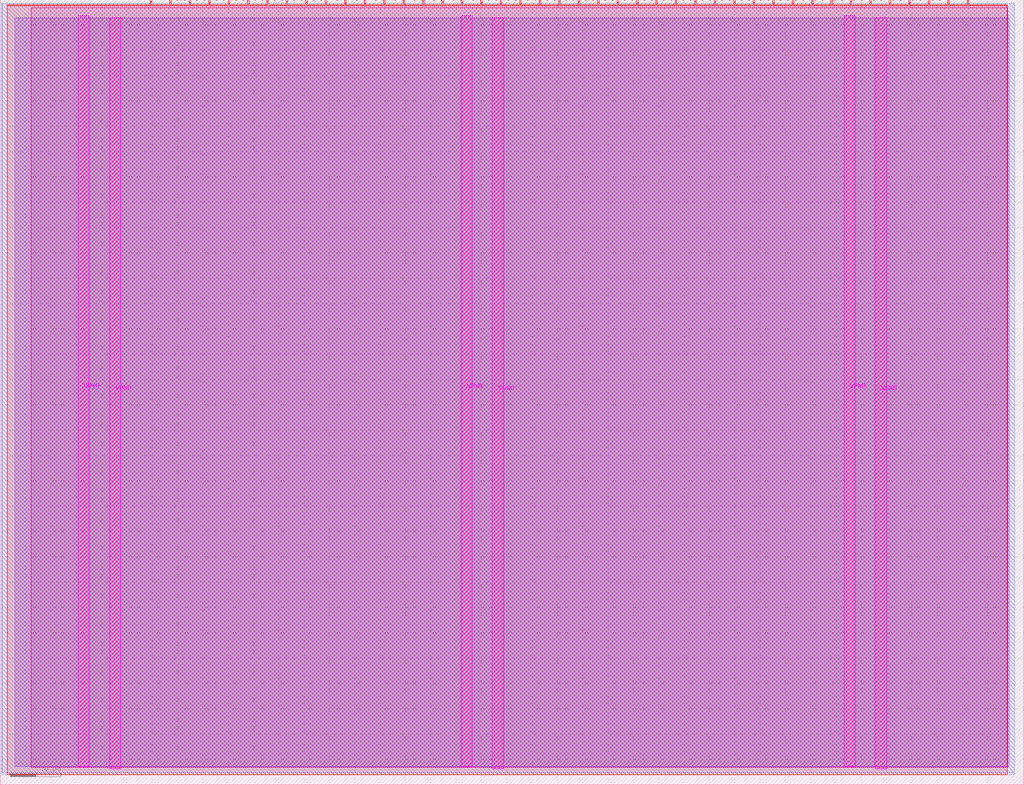
<source format=lef>
VERSION 5.7 ;
  NOWIREEXTENSIONATPIN ON ;
  DIVIDERCHAR "/" ;
  BUSBITCHARS "[]" ;
MACRO tt_um_sid
  CLASS BLOCK ;
  FOREIGN tt_um_sid ;
  ORIGIN 0.000 0.000 ;
  SIZE 202.080 BY 154.980 ;
  PIN VGND
    DIRECTION INOUT ;
    USE GROUND ;
    PORT
      LAYER TopMetal1 ;
        RECT 21.580 3.150 23.780 151.420 ;
    END
    PORT
      LAYER TopMetal1 ;
        RECT 97.180 3.150 99.380 151.420 ;
    END
    PORT
      LAYER TopMetal1 ;
        RECT 172.780 3.150 174.980 151.420 ;
    END
  END VGND
  PIN VPWR
    DIRECTION INOUT ;
    USE POWER ;
    PORT
      LAYER TopMetal1 ;
        RECT 15.380 3.560 17.580 151.830 ;
    END
    PORT
      LAYER TopMetal1 ;
        RECT 90.980 3.560 93.180 151.830 ;
    END
    PORT
      LAYER TopMetal1 ;
        RECT 166.580 3.560 168.780 151.830 ;
    END
  END VPWR
  PIN clk
    DIRECTION INPUT ;
    USE SIGNAL ;
    ANTENNAGATEAREA 1.450800 ;
    PORT
      LAYER Metal4 ;
        RECT 187.050 153.980 187.350 154.980 ;
    END
  END clk
  PIN ena
    DIRECTION INPUT ;
    USE SIGNAL ;
    PORT
      LAYER Metal4 ;
        RECT 190.890 153.980 191.190 154.980 ;
    END
  END ena
  PIN rst_n
    DIRECTION INPUT ;
    USE SIGNAL ;
    ANTENNAGATEAREA 0.180700 ;
    PORT
      LAYER Metal4 ;
        RECT 183.210 153.980 183.510 154.980 ;
    END
  END rst_n
  PIN ui_in[0]
    DIRECTION INPUT ;
    USE SIGNAL ;
    ANTENNAGATEAREA 0.180700 ;
    PORT
      LAYER Metal4 ;
        RECT 179.370 153.980 179.670 154.980 ;
    END
  END ui_in[0]
  PIN ui_in[1]
    DIRECTION INPUT ;
    USE SIGNAL ;
    ANTENNAGATEAREA 0.180700 ;
    PORT
      LAYER Metal4 ;
        RECT 175.530 153.980 175.830 154.980 ;
    END
  END ui_in[1]
  PIN ui_in[2]
    DIRECTION INPUT ;
    USE SIGNAL ;
    ANTENNAGATEAREA 0.180700 ;
    PORT
      LAYER Metal4 ;
        RECT 171.690 153.980 171.990 154.980 ;
    END
  END ui_in[2]
  PIN ui_in[3]
    DIRECTION INPUT ;
    USE SIGNAL ;
    PORT
      LAYER Metal4 ;
        RECT 167.850 153.980 168.150 154.980 ;
    END
  END ui_in[3]
  PIN ui_in[4]
    DIRECTION INPUT ;
    USE SIGNAL ;
    PORT
      LAYER Metal4 ;
        RECT 164.010 153.980 164.310 154.980 ;
    END
  END ui_in[4]
  PIN ui_in[5]
    DIRECTION INPUT ;
    USE SIGNAL ;
    PORT
      LAYER Metal4 ;
        RECT 160.170 153.980 160.470 154.980 ;
    END
  END ui_in[5]
  PIN ui_in[6]
    DIRECTION INPUT ;
    USE SIGNAL ;
    PORT
      LAYER Metal4 ;
        RECT 156.330 153.980 156.630 154.980 ;
    END
  END ui_in[6]
  PIN ui_in[7]
    DIRECTION INPUT ;
    USE SIGNAL ;
    PORT
      LAYER Metal4 ;
        RECT 152.490 153.980 152.790 154.980 ;
    END
  END ui_in[7]
  PIN uio_in[0]
    DIRECTION INPUT ;
    USE SIGNAL ;
    PORT
      LAYER Metal4 ;
        RECT 148.650 153.980 148.950 154.980 ;
    END
  END uio_in[0]
  PIN uio_in[1]
    DIRECTION INPUT ;
    USE SIGNAL ;
    PORT
      LAYER Metal4 ;
        RECT 144.810 153.980 145.110 154.980 ;
    END
  END uio_in[1]
  PIN uio_in[2]
    DIRECTION INPUT ;
    USE SIGNAL ;
    PORT
      LAYER Metal4 ;
        RECT 140.970 153.980 141.270 154.980 ;
    END
  END uio_in[2]
  PIN uio_in[3]
    DIRECTION INPUT ;
    USE SIGNAL ;
    PORT
      LAYER Metal4 ;
        RECT 137.130 153.980 137.430 154.980 ;
    END
  END uio_in[3]
  PIN uio_in[4]
    DIRECTION INPUT ;
    USE SIGNAL ;
    PORT
      LAYER Metal4 ;
        RECT 133.290 153.980 133.590 154.980 ;
    END
  END uio_in[4]
  PIN uio_in[5]
    DIRECTION INPUT ;
    USE SIGNAL ;
    PORT
      LAYER Metal4 ;
        RECT 129.450 153.980 129.750 154.980 ;
    END
  END uio_in[5]
  PIN uio_in[6]
    DIRECTION INPUT ;
    USE SIGNAL ;
    PORT
      LAYER Metal4 ;
        RECT 125.610 153.980 125.910 154.980 ;
    END
  END uio_in[6]
  PIN uio_in[7]
    DIRECTION INPUT ;
    USE SIGNAL ;
    PORT
      LAYER Metal4 ;
        RECT 121.770 153.980 122.070 154.980 ;
    END
  END uio_in[7]
  PIN uio_oe[0]
    DIRECTION OUTPUT ;
    USE SIGNAL ;
    ANTENNADIFFAREA 0.299200 ;
    PORT
      LAYER Metal4 ;
        RECT 56.490 153.980 56.790 154.980 ;
    END
  END uio_oe[0]
  PIN uio_oe[1]
    DIRECTION OUTPUT ;
    USE SIGNAL ;
    ANTENNADIFFAREA 0.299200 ;
    PORT
      LAYER Metal4 ;
        RECT 52.650 153.980 52.950 154.980 ;
    END
  END uio_oe[1]
  PIN uio_oe[2]
    DIRECTION OUTPUT ;
    USE SIGNAL ;
    ANTENNADIFFAREA 0.299200 ;
    PORT
      LAYER Metal4 ;
        RECT 48.810 153.980 49.110 154.980 ;
    END
  END uio_oe[2]
  PIN uio_oe[3]
    DIRECTION OUTPUT ;
    USE SIGNAL ;
    ANTENNADIFFAREA 0.299200 ;
    PORT
      LAYER Metal4 ;
        RECT 44.970 153.980 45.270 154.980 ;
    END
  END uio_oe[3]
  PIN uio_oe[4]
    DIRECTION OUTPUT ;
    USE SIGNAL ;
    ANTENNADIFFAREA 0.299200 ;
    PORT
      LAYER Metal4 ;
        RECT 41.130 153.980 41.430 154.980 ;
    END
  END uio_oe[4]
  PIN uio_oe[5]
    DIRECTION OUTPUT ;
    USE SIGNAL ;
    ANTENNADIFFAREA 0.299200 ;
    PORT
      LAYER Metal4 ;
        RECT 37.290 153.980 37.590 154.980 ;
    END
  END uio_oe[5]
  PIN uio_oe[6]
    DIRECTION OUTPUT ;
    USE SIGNAL ;
    ANTENNADIFFAREA 0.299200 ;
    PORT
      LAYER Metal4 ;
        RECT 33.450 153.980 33.750 154.980 ;
    END
  END uio_oe[6]
  PIN uio_oe[7]
    DIRECTION OUTPUT ;
    USE SIGNAL ;
    ANTENNADIFFAREA 0.299200 ;
    PORT
      LAYER Metal4 ;
        RECT 29.610 153.980 29.910 154.980 ;
    END
  END uio_oe[7]
  PIN uio_out[0]
    DIRECTION OUTPUT ;
    USE SIGNAL ;
    ANTENNADIFFAREA 0.299200 ;
    PORT
      LAYER Metal4 ;
        RECT 87.210 153.980 87.510 154.980 ;
    END
  END uio_out[0]
  PIN uio_out[1]
    DIRECTION OUTPUT ;
    USE SIGNAL ;
    ANTENNADIFFAREA 0.299200 ;
    PORT
      LAYER Metal4 ;
        RECT 83.370 153.980 83.670 154.980 ;
    END
  END uio_out[1]
  PIN uio_out[2]
    DIRECTION OUTPUT ;
    USE SIGNAL ;
    ANTENNADIFFAREA 0.299200 ;
    PORT
      LAYER Metal4 ;
        RECT 79.530 153.980 79.830 154.980 ;
    END
  END uio_out[2]
  PIN uio_out[3]
    DIRECTION OUTPUT ;
    USE SIGNAL ;
    ANTENNADIFFAREA 0.299200 ;
    PORT
      LAYER Metal4 ;
        RECT 75.690 153.980 75.990 154.980 ;
    END
  END uio_out[3]
  PIN uio_out[4]
    DIRECTION OUTPUT ;
    USE SIGNAL ;
    ANTENNADIFFAREA 0.299200 ;
    PORT
      LAYER Metal4 ;
        RECT 71.850 153.980 72.150 154.980 ;
    END
  END uio_out[4]
  PIN uio_out[5]
    DIRECTION OUTPUT ;
    USE SIGNAL ;
    ANTENNADIFFAREA 0.299200 ;
    PORT
      LAYER Metal4 ;
        RECT 68.010 153.980 68.310 154.980 ;
    END
  END uio_out[5]
  PIN uio_out[6]
    DIRECTION OUTPUT ;
    USE SIGNAL ;
    ANTENNADIFFAREA 0.299200 ;
    PORT
      LAYER Metal4 ;
        RECT 64.170 153.980 64.470 154.980 ;
    END
  END uio_out[6]
  PIN uio_out[7]
    DIRECTION OUTPUT ;
    USE SIGNAL ;
    ANTENNADIFFAREA 0.299200 ;
    PORT
      LAYER Metal4 ;
        RECT 60.330 153.980 60.630 154.980 ;
    END
  END uio_out[7]
  PIN uo_out[0]
    DIRECTION OUTPUT ;
    USE SIGNAL ;
    ANTENNADIFFAREA 0.299200 ;
    PORT
      LAYER Metal4 ;
        RECT 117.930 153.980 118.230 154.980 ;
    END
  END uo_out[0]
  PIN uo_out[1]
    DIRECTION OUTPUT ;
    USE SIGNAL ;
    ANTENNADIFFAREA 0.708600 ;
    PORT
      LAYER Metal4 ;
        RECT 114.090 153.980 114.390 154.980 ;
    END
  END uo_out[1]
  PIN uo_out[2]
    DIRECTION OUTPUT ;
    USE SIGNAL ;
    ANTENNADIFFAREA 0.299200 ;
    PORT
      LAYER Metal4 ;
        RECT 110.250 153.980 110.550 154.980 ;
    END
  END uo_out[2]
  PIN uo_out[3]
    DIRECTION OUTPUT ;
    USE SIGNAL ;
    ANTENNADIFFAREA 0.299200 ;
    PORT
      LAYER Metal4 ;
        RECT 106.410 153.980 106.710 154.980 ;
    END
  END uo_out[3]
  PIN uo_out[4]
    DIRECTION OUTPUT ;
    USE SIGNAL ;
    ANTENNADIFFAREA 0.299200 ;
    PORT
      LAYER Metal4 ;
        RECT 102.570 153.980 102.870 154.980 ;
    END
  END uo_out[4]
  PIN uo_out[5]
    DIRECTION OUTPUT ;
    USE SIGNAL ;
    ANTENNADIFFAREA 0.299200 ;
    PORT
      LAYER Metal4 ;
        RECT 98.730 153.980 99.030 154.980 ;
    END
  END uo_out[5]
  PIN uo_out[6]
    DIRECTION OUTPUT ;
    USE SIGNAL ;
    ANTENNADIFFAREA 0.299200 ;
    PORT
      LAYER Metal4 ;
        RECT 94.890 153.980 95.190 154.980 ;
    END
  END uo_out[6]
  PIN uo_out[7]
    DIRECTION OUTPUT ;
    USE SIGNAL ;
    ANTENNADIFFAREA 0.299200 ;
    PORT
      LAYER Metal4 ;
        RECT 91.050 153.980 91.350 154.980 ;
    END
  END uo_out[7]
  OBS
      LAYER GatPoly ;
        RECT 2.880 3.630 199.200 151.350 ;
      LAYER Metal1 ;
        RECT 2.880 3.560 199.200 151.420 ;
      LAYER Metal2 ;
        RECT 0.375 2.375 200.265 154.285 ;
      LAYER Metal3 ;
        RECT 0.335 1.995 200.305 154.240 ;
      LAYER Metal4 ;
        RECT 1.340 153.770 29.400 153.980 ;
        RECT 30.120 153.770 33.240 153.980 ;
        RECT 33.960 153.770 37.080 153.980 ;
        RECT 37.800 153.770 40.920 153.980 ;
        RECT 41.640 153.770 44.760 153.980 ;
        RECT 45.480 153.770 48.600 153.980 ;
        RECT 49.320 153.770 52.440 153.980 ;
        RECT 53.160 153.770 56.280 153.980 ;
        RECT 57.000 153.770 60.120 153.980 ;
        RECT 60.840 153.770 63.960 153.980 ;
        RECT 64.680 153.770 67.800 153.980 ;
        RECT 68.520 153.770 71.640 153.980 ;
        RECT 72.360 153.770 75.480 153.980 ;
        RECT 76.200 153.770 79.320 153.980 ;
        RECT 80.040 153.770 83.160 153.980 ;
        RECT 83.880 153.770 87.000 153.980 ;
        RECT 87.720 153.770 90.840 153.980 ;
        RECT 91.560 153.770 94.680 153.980 ;
        RECT 95.400 153.770 98.520 153.980 ;
        RECT 99.240 153.770 102.360 153.980 ;
        RECT 103.080 153.770 106.200 153.980 ;
        RECT 106.920 153.770 110.040 153.980 ;
        RECT 110.760 153.770 113.880 153.980 ;
        RECT 114.600 153.770 117.720 153.980 ;
        RECT 118.440 153.770 121.560 153.980 ;
        RECT 122.280 153.770 125.400 153.980 ;
        RECT 126.120 153.770 129.240 153.980 ;
        RECT 129.960 153.770 133.080 153.980 ;
        RECT 133.800 153.770 136.920 153.980 ;
        RECT 137.640 153.770 140.760 153.980 ;
        RECT 141.480 153.770 144.600 153.980 ;
        RECT 145.320 153.770 148.440 153.980 ;
        RECT 149.160 153.770 152.280 153.980 ;
        RECT 153.000 153.770 156.120 153.980 ;
        RECT 156.840 153.770 159.960 153.980 ;
        RECT 160.680 153.770 163.800 153.980 ;
        RECT 164.520 153.770 167.640 153.980 ;
        RECT 168.360 153.770 171.480 153.980 ;
        RECT 172.200 153.770 175.320 153.980 ;
        RECT 176.040 153.770 179.160 153.980 ;
        RECT 179.880 153.770 183.000 153.980 ;
        RECT 183.720 153.770 186.840 153.980 ;
        RECT 187.560 153.770 190.680 153.980 ;
        RECT 191.400 153.770 198.825 153.980 ;
        RECT 1.340 1.955 198.825 153.770 ;
      LAYER Metal5 ;
        RECT 6.095 3.470 198.865 153.400 ;
  END
END tt_um_sid
END LIBRARY


</source>
